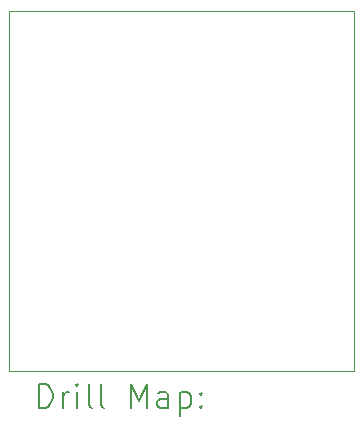
<source format=gbr>
%FSLAX45Y45*%
G04 Gerber Fmt 4.5, Leading zero omitted, Abs format (unit mm)*
G04 Created by KiCad (PCBNEW (6.0.6)) date 2022-06-23 13:02:32*
%MOMM*%
%LPD*%
G01*
G04 APERTURE LIST*
%TA.AperFunction,Profile*%
%ADD10C,0.100000*%
%TD*%
%ADD11C,0.200000*%
G04 APERTURE END LIST*
D10*
X0Y0D02*
X2921000Y0D01*
X2921000Y0D02*
X2921000Y-3048000D01*
X2921000Y-3048000D02*
X0Y-3048000D01*
X0Y-3048000D02*
X0Y0D01*
D11*
X252619Y-3363476D02*
X252619Y-3163476D01*
X300238Y-3163476D01*
X328810Y-3173000D01*
X347857Y-3192048D01*
X357381Y-3211095D01*
X366905Y-3249190D01*
X366905Y-3277762D01*
X357381Y-3315857D01*
X347857Y-3334905D01*
X328810Y-3353952D01*
X300238Y-3363476D01*
X252619Y-3363476D01*
X452619Y-3363476D02*
X452619Y-3230143D01*
X452619Y-3268238D02*
X462143Y-3249190D01*
X471667Y-3239667D01*
X490714Y-3230143D01*
X509762Y-3230143D01*
X576429Y-3363476D02*
X576429Y-3230143D01*
X576429Y-3163476D02*
X566905Y-3173000D01*
X576429Y-3182524D01*
X585952Y-3173000D01*
X576429Y-3163476D01*
X576429Y-3182524D01*
X700238Y-3363476D02*
X681190Y-3353952D01*
X671667Y-3334905D01*
X671667Y-3163476D01*
X805000Y-3363476D02*
X785952Y-3353952D01*
X776428Y-3334905D01*
X776428Y-3163476D01*
X1033571Y-3363476D02*
X1033571Y-3163476D01*
X1100238Y-3306333D01*
X1166905Y-3163476D01*
X1166905Y-3363476D01*
X1347857Y-3363476D02*
X1347857Y-3258714D01*
X1338333Y-3239667D01*
X1319286Y-3230143D01*
X1281190Y-3230143D01*
X1262143Y-3239667D01*
X1347857Y-3353952D02*
X1328810Y-3363476D01*
X1281190Y-3363476D01*
X1262143Y-3353952D01*
X1252619Y-3334905D01*
X1252619Y-3315857D01*
X1262143Y-3296809D01*
X1281190Y-3287286D01*
X1328810Y-3287286D01*
X1347857Y-3277762D01*
X1443095Y-3230143D02*
X1443095Y-3430143D01*
X1443095Y-3239667D02*
X1462143Y-3230143D01*
X1500238Y-3230143D01*
X1519286Y-3239667D01*
X1528809Y-3249190D01*
X1538333Y-3268238D01*
X1538333Y-3325381D01*
X1528809Y-3344428D01*
X1519286Y-3353952D01*
X1500238Y-3363476D01*
X1462143Y-3363476D01*
X1443095Y-3353952D01*
X1624048Y-3344428D02*
X1633571Y-3353952D01*
X1624048Y-3363476D01*
X1614524Y-3353952D01*
X1624048Y-3344428D01*
X1624048Y-3363476D01*
X1624048Y-3239667D02*
X1633571Y-3249190D01*
X1624048Y-3258714D01*
X1614524Y-3249190D01*
X1624048Y-3239667D01*
X1624048Y-3258714D01*
M02*

</source>
